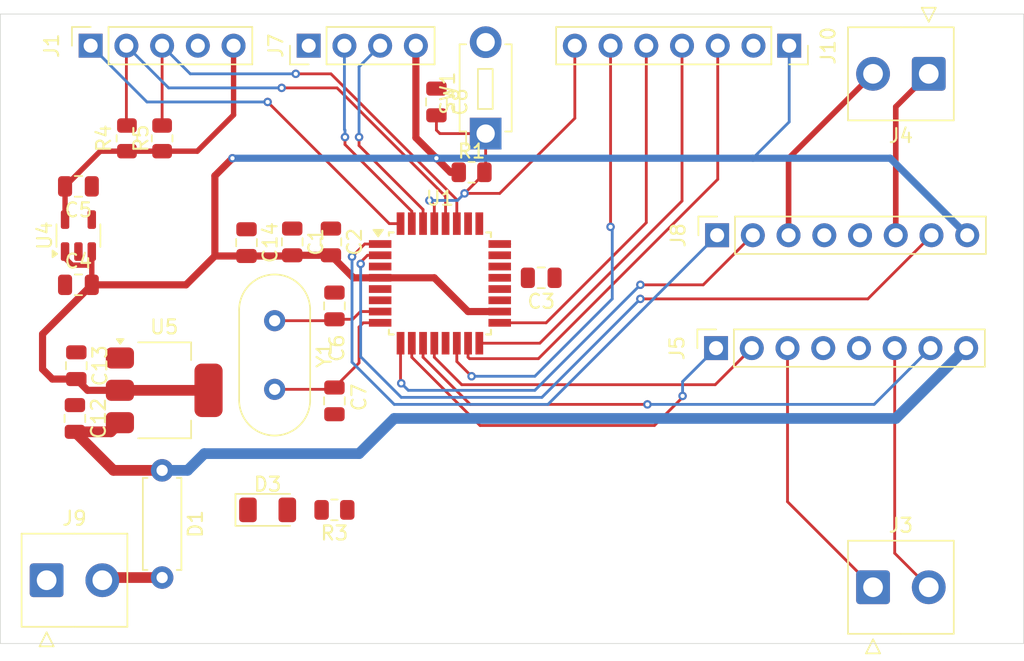
<source format=kicad_pcb>
(kicad_pcb (version 20240108) (generator "pcbnew") (generator_version "8.0")
  (layers (0 "F.Cu" signal) (31 "B.Cu" signal) (34 "B.Paste" user) (35 "F.Paste" user) (36 "B.SilkS" user "B.Silkscreen") (37 "F.SilkS" user "F.Silkscreen") (38 "B.Mask" user) (39 "F.Mask" user) (44 "Edge.Cuts" user))
  (net 0 "")
  (net 1 "GND")
  (net 2 "+5V")
  (net 3 "Net-(U1-AREF)")
  (net 4 "+3V3")
  (net 5 "XTAL1_CONN")
  (net 6 "XTAL2_CONN")
  (net 7 "RESET_CONN")
  (net 8 "+7.2V")
  (net 9 "Net-(D1-A)")
  (net 10 "Net-(D3-A)")
  (net 11 "PD2")
  (net 12 "SCL_CONN")
  (net 13 "SDA_CONN")
  (net 14 "A6")
  (net 15 "A1")
  (net 16 "A7")
  (net 17 "A3")
  (net 18 "A2")
  (net 19 "A0")
  (net 20 "ENGINE_RIGHT_VCC")
  (net 21 "ENGINE_LEFT_VCC")
  (net 22 "ENGINE_LEFT_GND")
  (net 23 "ENGINE_RIGHT_GND")
  (net 24 "SCK")
  (net 25 "MISO")
  (net 26 "MOSI")
  (net 27 "CS")
  (net 28 "RX_CONN")
  (net 29 "TX_CONN")
  (net 30 "PD6")
  (net 31 "PD5")
  (net 32 "PB0")
  (net 33 "PD4")
  (net 34 "PD7")
  (net 35 "PB1")
  (net 36 "PD3")
  (footprint "Connector_PinSocket_2.54mm:PinSocket_1x08_P2.54mm_Vertical" (layer "F.Cu") (at 134.955 90.475 90)
    (property "Reference" "J8" (at 0 -2.77 90) (layer "F.SilkS"))
    (property "Value" "L293D_right")
    (fp_line (start 1.33 -1.33) (end 1.33 0) (stroke (width 0.12)) (layer "F.SilkS"))
    (fp_line (start 0 -1.33) (end 1.33 -1.33) (stroke (width 0.12)) (layer "F.SilkS"))
    (fp_line (start 1.33 1.27) (end 1.33 19.11) (stroke (width 0.12)) (layer "F.SilkS"))
    (fp_line (start -1.33 1.27) (end 1.33 1.27) (stroke (width 0.12)) (layer "F.SilkS"))
    (fp_line (start -1.33 1.27) (end -1.33 19.11) (stroke (width 0.12)) (layer "F.SilkS"))
    (fp_line (start -1.33 19.11) (end 1.33 19.11) (stroke (width 0.12)) (layer "F.SilkS"))
    (pad "1" thru_hole rect (at 0 0 90) (size 1.7 1.7) (drill 1) (layers "*.Cu" "*.Mask") (net 36 "PD3"))
    (pad "2" thru_hole oval (at 0 2.54 90) (size 1.7 1.7) (drill 1) (layers "*.Cu" "*.Mask") (net 31 "PD5"))
    (pad "3" thru_hole oval (at 0 5.08 90) (size 1.7 1.7) (drill 1) (layers "*.Cu" "*.Mask") (net 20 "ENGINE_RIGHT_VCC"))
    (pad "4" thru_hole oval (at 0 7.62 90) (size 1.7 1.7) (drill 1) (layers "*.Cu" "*.Mask") (net 1 "GND"))
    (pad "5" thru_hole oval (at 0 10.16 90) (size 1.7 1.7) (drill 1) (layers "*.Cu" "*.Mask") (net 1 "GND"))
    (pad "6" thru_hole oval (at 0 12.7 90) (size 1.7 1.7) (drill 1) (layers "*.Cu" "*.Mask") (net 23 "ENGINE_RIGHT_GND"))
    (pad "7" thru_hole oval (at 0 15.24 90) (size 1.7 1.7) (drill 1) (layers "*.Cu" "*.Mask") (net 33 "PD4"))
    (pad "8" thru_hole oval (at 0 17.78 90) (size 1.7 1.7) (drill 1) (layers "*.Cu" "*.Mask") (net 2 "+5V"))
  )
  (footprint "LED_SMD:LED_1206_3216Metric" (layer "F.Cu") (at 103 110)
    (property "Reference" "D3" (at 0 -1.82 0) (layer "F.SilkS"))
    (property "Value" "LED")
    (fp_line (start -2.285 -1.135) (end -2.285 1.135) (stroke (width 0.12)) (layer "F.SilkS"))
    (fp_line (start -2.285 1.135) (end 1.6 1.135) (stroke (width 0.12)) (layer "F.SilkS"))
    (fp_line (start 1.6 -1.135) (end -2.285 -1.135) (stroke (width 0.12)) (layer "F.SilkS"))
    (pad "1" smd roundrect (at -1.4 0) (size 1.25 1.75) (layers "F.Cu" "F.Paste" "F.Mask") (roundrect_rratio 0.2) (net 1 "GND"))
    (pad "2" smd roundrect (at 1.4 0) (size 1.25 1.75) (layers "F.Cu" "F.Paste" "F.Mask") (roundrect_rratio 0.2) (net 10 "Net-(D3-A)"))
  )
  (footprint "Package_QFP:TQFP-32_7x7mm_P0.8mm" (layer "F.Cu") (at 115.25 93.9)
    (property "Reference" "U1" (at 0 -6.05 0) (layer "F.SilkS"))
    (property "Value" "ATmega328P-A")
    (fp_line (start -3.625 -3.625) (end -3.625 -3.4) (stroke (width 0.15)) (layer "F.SilkS"))
    (fp_line (start -3.625 -3.625) (end -3.3 -3.625) (stroke (width 0.15)) (layer "F.SilkS"))
    (fp_line (start -3.625 3.625) (end -3.625 3.3) (stroke (width 0.15)) (layer "F.SilkS"))
    (fp_line (start -3.625 3.625) (end -3.3 3.625) (stroke (width 0.15)) (layer "F.SilkS"))
    (fp_line (start 3.625 -3.625) (end 3.3 -3.625) (stroke (width 0.15)) (layer "F.SilkS"))
    (fp_line (start 3.625 -3.625) (end 3.625 -3.3) (stroke (width 0.15)) (layer "F.SilkS"))
    (fp_line (start 3.625 3.625) (end 3.3 3.625) (stroke (width 0.15)) (layer "F.SilkS"))
    (fp_line (start 3.625 3.625) (end 3.625 3.3) (stroke (width 0.15)) (layer "F.SilkS"))
    (fp_poly (pts (xy -4.39 -3.34) (xy -4.73 -3.81) (xy -4.05 -3.81) (xy -4.39 -3.34)) (stroke (width 0.12)) (fill solid) (layer "F.SilkS"))
    (pad "1" smd rect (at -4.25 -2.8) (size 1.6 0.55) (layers "F.Cu" "F.Paste" "F.Mask") (net 36 "PD3"))
    (pad "2" smd rect (at -4.25 -2) (size 1.6 0.55) (layers "F.Cu" "F.Paste" "F.Mask") (net 33 "PD4"))
    (pad "3" smd rect (at -4.25 -1.2) (size 1.6 0.55) (layers "F.Cu" "F.Paste" "F.Mask") (net 1 "GND"))
    (pad "4" smd rect (at -4.25 -0.4) (size 1.6 0.55) (layers "F.Cu" "F.Paste" "F.Mask") (net 2 "+5V"))
    (pad "5" smd rect (at -4.25 0.4) (size 1.6 0.55) (layers "F.Cu" "F.Paste" "F.Mask") (net 1 "GND"))
    (pad "6" smd rect (at -4.25 1.2) (size 1.6 0.55) (layers "F.Cu" "F.Paste" "F.Mask") (net 2 "+5V"))
    (pad "7" smd rect (at -4.25 2) (size 1.6 0.55) (layers "F.Cu" "F.Paste" "F.Mask") (net 5 "XTAL1_CONN"))
    (pad "8" smd rect (at -4.25 2.8) (size 1.6 0.55) (layers "F.Cu" "F.Paste" "F.Mask") (net 6 "XTAL2_CONN"))
    (pad "9" smd rect (at -2.8 4.25 90) (size 1.6 0.55) (layers "F.Cu" "F.Paste" "F.Mask") (net 31 "PD5"))
    (pad "10" smd rect (at -2 4.25 90) (size 1.6 0.55) (layers "F.Cu" "F.Paste" "F.Mask") (net 30 "PD6"))
    (pad "11" smd rect (at -1.2 4.25 90) (size 1.6 0.55) (layers "F.Cu" "F.Paste" "F.Mask") (net 34 "PD7"))
    (pad "12" smd rect (at -0.4 4.25 90) (size 1.6 0.55) (layers "F.Cu" "F.Paste" "F.Mask") (net 32 "PB0"))
    (pad "13" smd rect (at 0.4 4.25 90) (size 1.6 0.55) (layers "F.Cu" "F.Paste" "F.Mask") (net 35 "PB1"))
    (pad "14" smd rect (at 1.2 4.25 90) (size 1.6 0.55) (layers "F.Cu" "F.Paste" "F.Mask") (net 27 "CS"))
    (pad "15" smd rect (at 2 4.25 90) (size 1.6 0.55) (layers "F.Cu" "F.Paste" "F.Mask") (net 26 "MOSI"))
    (pad "16" smd rect (at 2.8 4.25 90) (size 1.6 0.55) (layers "F.Cu" "F.Paste" "F.Mask") (net 25 "MISO"))
    (pad "17" smd rect (at 4.25 2.8) (size 1.6 0.55) (layers "F.Cu" "F.Paste" "F.Mask") (net 24 "SCK"))
    (pad "18" smd rect (at 4.25 2) (size 1.6 0.55) (layers "F.Cu" "F.Paste" "F.Mask") (net 2 "+5V"))
    (pad "19" smd rect (at 4.25 1.2) (size 1.6 0.55) (layers "F.Cu" "F.Paste" "F.Mask") (net 14 "A6"))
    (pad "20" smd rect (at 4.25 0.4) (size 1.6 0.55) (layers "F.Cu" "F.Paste" "F.Mask") (net 3 "Net-(U1-AREF)"))
    (pad "21" smd rect (at 4.25 -0.4) (size 1.6 0.55) (layers "F.Cu" "F.Paste" "F.Mask") (net 1 "GND"))
    (pad "22" smd rect (at 4.25 -1.2) (size 1.6 0.55) (layers "F.Cu" "F.Paste" "F.Mask") (net 16 "A7"))
    (pad "23" smd rect (at 4.25 -2) (size 1.6 0.55) (layers "F.Cu" "F.Paste" "F.Mask") (net 19 "A0"))
    (pad "24" smd rect (at 4.25 -2.8) (size 1.6 0.55) (layers "F.Cu" "F.Paste" "F.Mask") (net 15 "A1"))
    (pad "25" smd rect (at 2.8 -4.25 90) (size 1.6 0.55) (layers "F.Cu" "F.Paste" "F.Mask") (net 18 "A2"))
    (pad "26" smd rect (at 2 -4.25 90) (size 1.6 0.55) (layers "F.Cu" "F.Paste" "F.Mask") (net 17 "A3"))
    (pad "27" smd rect (at 1.2 -4.25 90) (size 1.6 0.55) (layers "F.Cu" "F.Paste" "F.Mask") (net 13 "SDA_CONN"))
    (pad "28" smd rect (at 0.4 -4.25 90) (size 1.6 0.55) (layers "F.Cu" "F.Paste" "F.Mask") (net 12 "SCL_CONN"))
    (pad "29" smd rect (at -0.4 -4.25 90) (size 1.6 0.55) (layers "F.Cu" "F.Paste" "F.Mask") (net 7 "RESET_CONN"))
    (pad "30" smd rect (at -1.2 -4.25 90) (size 1.6 0.55) (layers "F.Cu" "F.Paste" "F.Mask") (net 28 "RX_CONN"))
    (pad "31" smd rect (at -2 -4.25 90) (size 1.6 0.55) (layers "F.Cu" "F.Paste" "F.Mask") (net 29 "TX_CONN"))
    (pad "32" smd rect (at -2.8 -4.25 90) (size 1.6 0.55) (layers "F.Cu" "F.Paste" "F.Mask") (net 11 "PD2"))
  )
  (footprint "Connector_TE-Connectivity:TE_826576-2_1x02_P3.96mm_Vertical" (layer "F.Cu") (at 87.29 115)
    (property "Reference" "J9" (at 1.98 -4.4 0) (layer "F.SilkS"))
    (property "Value" "input_supply")
    (fp_line (start -1.78 -3.31) (end -1.78 3.31) (stroke (width 0.12)) (layer "F.SilkS"))
    (fp_line (start -1.78 3.31) (end 1.98 3.31) (stroke (width 0.12)) (layer "F.SilkS"))
    (fp_line (start -0.5 4.7) (end 0 3.7) (stroke (width 0.12)) (layer "F.SilkS"))
    (fp_line (start 0 3.7) (end 0.5 4.7) (stroke (width 0.12)) (layer "F.SilkS"))
    (fp_line (start 0.5 4.7) (end -0.5 4.7) (stroke (width 0.12)) (layer "F.SilkS"))
    (fp_line (start 1.98 -3.31) (end -1.78 -3.31) (stroke (width 0.12)) (layer "F.SilkS"))
    (fp_line (start 1.98 -3.31) (end 5.74 -3.31) (stroke (width 0.12)) (layer "F.SilkS"))
    (fp_line (start 5.74 -3.31) (end 5.74 3.31) (stroke (width 0.12)) (layer "F.SilkS"))
    (fp_line (start 5.74 3.31) (end 1.98 3.31) (stroke (width 0.12)) (layer "F.SilkS"))
    (pad "1" thru_hole roundrect (at 0 0) (size 2.4 2.4) (drill 1.4) (layers "*.Cu" "*.Mask") (roundrect_rratio 0.104167) (net 1 "GND"))
    (pad "2" thru_hole circle (at 3.96 0) (size 2.4 2.4) (drill 1.4) (layers "*.Cu" "*.Mask") (net 9 "Net-(D1-A)"))
  )
  (footprint "Capacitor_SMD:C_0805_2012Metric" (layer "F.Cu") (at 89.4 99.75 -90)
    (property "Reference" "C13" (at 0 -1.68 90) (layer "F.SilkS"))
    (property "Value" "47uF")
    (fp_line (start -0.261252 0.735) (end 0.261252 0.735) (stroke (width 0.12)) (layer "F.SilkS"))
    (fp_line (start -0.261252 -0.735) (end 0.261252 -0.735) (stroke (width 0.12)) (layer "F.SilkS"))
    (pad "1" smd roundrect (at -0.95 0 270) (size 1 1.45) (layers "F.Cu" "F.Paste" "F.Mask") (net 1 "GND"))
    (pad "2" smd roundrect (at 0.95 0 270) (size 1 1.45) (layers "F.Cu" "F.Paste" "F.Mask") (net 2 "+5V"))
  )
  (footprint "Resistor_SMD:R_0805_2012Metric" (layer "F.Cu") (at 117.5 86)
    (property "Reference" "R1" (at 0 -1.5 0) (layer "F.SilkS"))
    (property "Value" "10k")
    (fp_line (start -0.227064 -0.735) (end 0.227064 -0.735) (stroke (width 0.12)) (layer "F.SilkS"))
    (fp_line (start -0.227064 0.735) (end 0.227064 0.735) (stroke (width 0.12)) (layer "F.SilkS"))
    (pad "1" smd roundrect (at -0.9125 0) (size 1.025 1.4) (layers "F.Cu" "F.Paste" "F.Mask") (roundrect_rratio 0.243902) (net 2 "+5V"))
    (pad "2" smd roundrect (at 0.9125 0) (size 1.025 1.4) (layers "F.Cu" "F.Paste" "F.Mask") (roundrect_rratio 0.243902) (net 7 "RESET_CONN"))
  )
  (footprint "Capacitor_SMD:C_0805_2012Metric" (layer "F.Cu") (at 104.75 90.95 -90)
    (property "Reference" "C1" (at 0 -1.68 90) (layer "F.SilkS"))
    (property "Value" "100nF")
    (fp_line (start -0.261252 0.735) (end 0.261252 0.735) (stroke (width 0.12)) (layer "F.SilkS"))
    (fp_line (start -0.261252 -0.735) (end 0.261252 -0.735) (stroke (width 0.12)) (layer "F.SilkS"))
    (pad "1" smd roundrect (at -0.95 0 270) (size 1 1.45) (layers "F.Cu" "F.Paste" "F.Mask") (net 1 "GND"))
    (pad "2" smd roundrect (at 0.95 0 270) (size 1 1.45) (layers "F.Cu" "F.Paste" "F.Mask") (net 2 "+5V"))
  )
  (footprint "Capacitor_SMD:C_0805_2012Metric" (layer "F.Cu") (at 101.5 91 -90)
    (property "Reference" "C14" (at 0 -1.68 90) (layer "F.SilkS"))
    (property "Value" "100nF")
    (fp_line (start -0.261252 0.735) (end 0.261252 0.735) (stroke (width 0.12)) (layer "F.SilkS"))
    (fp_line (start -0.261252 -0.735) (end 0.261252 -0.735) (stroke (width 0.12)) (layer "F.SilkS"))
    (pad "1" smd roundrect (at -0.95 0 270) (size 1 1.45) (layers "F.Cu" "F.Paste" "F.Mask") (net 1 "GND"))
    (pad "2" smd roundrect (at 0.95 0 270) (size 1 1.45) (layers "F.Cu" "F.Paste" "F.Mask") (net 2 "+5V"))
  )
  (footprint "Resistor_SMD:R_0805_2012Metric" (layer "F.Cu") (at 107.75 110 180)
    (property "Reference" "R3" (at 0 -1.65 0) (layer "F.SilkS"))
    (property "Value" "330")
    (fp_line (start -0.227064 0.735) (end 0.227064 0.735) (stroke (width 0.12)) (layer "F.SilkS"))
    (fp_line (start -0.227064 -0.735) (end 0.227064 -0.735) (stroke (width 0.12)) (layer "F.SilkS"))
    (pad "1" smd roundrect (at -0.9125 0 180) (size 1.025 1.4) (layers "F.Cu" "F.Paste" "F.Mask") (roundrect_rratio 0.243902) (net 35 "PB1"))
    (pad "2" smd roundrect (at 0.9125 0 180) (size 1.025 1.4) (layers "F.Cu" "F.Paste" "F.Mask") (roundrect_rratio 0.243902) (net 10 "Net-(D3-A)"))
  )
  (footprint "Capacitor_SMD:C_0805_2012Metric" (layer "F.Cu") (at 107.75 95.5 -90)
    (property "Reference" "C6" (at 3 -0.18 90) (layer "F.SilkS"))
    (property "Value" "100nF")
    (fp_line (start -0.261252 0.735) (end 0.261252 0.735) (stroke (width 0.12)) (layer "F.SilkS"))
    (fp_line (start -0.261252 -0.735) (end 0.261252 -0.735) (stroke (width 0.12)) (layer "F.SilkS"))
    (pad "1" smd roundrect (at -0.95 0 270) (size 1 1.45) (layers "F.Cu" "F.Paste" "F.Mask") (net 1 "GND"))
    (pad "2" smd roundrect (at 0.95 0 270) (size 1 1.45) (layers "F.Cu" "F.Paste" "F.Mask") (net 5 "XTAL1_CONN"))
  )
  (footprint "Resistor_SMD:R_0805_2012Metric" (layer "F.Cu") (at 93 83.5875 90)
    (property "Reference" "R4" (at 0 -1.65 90) (layer "F.SilkS"))
    (property "Value" "4.7k")
    (fp_line (start -0.227064 -0.735) (end 0.227064 -0.735) (stroke (width 0.12)) (layer "F.SilkS"))
    (fp_line (start -0.227064 0.735) (end 0.227064 0.735) (stroke (width 0.12)) (layer "F.SilkS"))
    (pad "1" smd roundrect (at -0.9125 0 90) (size 1.025 1.4) (layers "F.Cu" "F.Paste" "F.Mask") (roundrect_rratio 0.243902) (net 4 "+3V3"))
    (pad "2" smd roundrect (at 0.9125 0 90) (size 1.025 1.4) (layers "F.Cu" "F.Paste" "F.Mask") (roundrect_rratio 0.243902) (net 12 "SCL_CONN"))
  )
  (footprint "Capacitor_SMD:C_0805_2012Metric" (layer "F.Cu") (at 89.55 87 180)
    (property "Reference" "C5" (at 0 -1.68 0) (layer "F.SilkS"))
    (property "Value" "1uF")
    (fp_line (start -0.261252 0.735) (end 0.261252 0.735) (stroke (width 0.12)) (layer "F.SilkS"))
    (fp_line (start -0.261252 -0.735) (end 0.261252 -0.735) (stroke (width 0.12)) (layer "F.SilkS"))
    (pad "1" smd roundrect (at -0.95 0 180) (size 1 1.45) (layers "F.Cu" "F.Paste" "F.Mask") (net 1 "GND"))
    (pad "2" smd roundrect (at 0.95 0 180) (size 1 1.45) (layers "F.Cu" "F.Paste" "F.Mask") (net 4 "+3V3"))
  )
  (footprint "Connector_TE-Connectivity:TE_826576-2_1x02_P3.96mm_Vertical" (layer "F.Cu") (at 146.04 115.5)
    (property "Reference" "J3" (at 1.98 -4.4 0) (layer "F.SilkS"))
    (property "Value" "left_engine")
    (fp_line (start -1.78 -3.31) (end -1.78 3.31) (stroke (width 0.12)) (layer "F.SilkS"))
    (fp_line (start -1.78 3.31) (end 1.98 3.31) (stroke (width 0.12)) (layer "F.SilkS"))
    (fp_line (start -0.5 4.7) (end 0 3.7) (stroke (width 0.12)) (layer "F.SilkS"))
    (fp_line (start 0 3.7) (end 0.5 4.7) (stroke (width 0.12)) (layer "F.SilkS"))
    (fp_line (start 0.5 4.7) (end -0.5 4.7) (stroke (width 0.12)) (layer "F.SilkS"))
    (fp_line (start 1.98 -3.31) (end -1.78 -3.31) (stroke (width 0.12)) (layer "F.SilkS"))
    (fp_line (start 1.98 -3.31) (end 5.74 -3.31) (stroke (width 0.12)) (layer "F.SilkS"))
    (fp_line (start 5.74 -3.31) (end 5.74 3.31) (stroke (width 0.12)) (layer "F.SilkS"))
    (fp_line (start 5.74 3.31) (end 1.98 3.31) (stroke (width 0.12)) (layer "F.SilkS"))
    (pad "1" thru_hole roundrect (at 0 0) (size 2.4 2.4) (drill 1.4) (layers "*.Cu" "*.Mask") (roundrect_rratio 0.104167) (net 22 "ENGINE_LEFT_GND"))
    (pad "2" thru_hole circle (at 3.96 0) (size 2.4 2.4) (drill 1.4) (layers "*.Cu" "*.Mask") (net 21 "ENGINE_LEFT_VCC"))
  )
  (footprint "Connector_PinSocket_2.54mm:PinSocket_1x07_P2.54mm_Vertical" (layer "F.Cu") (at 140.08 77 -90)
    (property "Reference" "J10" (at 0 -2.77 90) (layer "F.SilkS"))
    (property "Value" "SPI")
    (fp_line (start -1.33 16.57) (end 1.33 16.57) (stroke (width 0.12)) (layer "F.SilkS"))
    (fp_line (start -1.33 1.27) (end -1.33 16.57) (stroke (width 0.12)) (layer "F.SilkS"))
    (fp_line (start -1.33 1.27) (end 1.33 1.27) (stroke (width 0.12)) (layer "F.SilkS"))
    (fp_line (start 1.33 1.27) (end 1.33 16.57) (stroke (width 0.12)) (layer "F.SilkS"))
    (fp_line (start 0 -1.33) (end 1.33 -1.33) (stroke (width 0.12)) (layer "F.SilkS"))
    (fp_line (start 1.33 -1.33) (end 1.33 0) (stroke (width 0.12)) (layer "F.SilkS"))
    (pad "1" thru_hole rect (at 0 0 270) (size 1.7 1.7) (drill 1) (layers "*.Cu" "*.Mask") (net 2 "+5V"))
    (pad "2" thru_hole oval (at 0 2.54 270) (size 1.7 1.7) (drill 1) (layers "*.Cu" "*.Mask") (net 1 "GND"))
    (pad "3" thru_hole oval (at 0 5.08 270) (size 1.7 1.7) (drill 1) (layers "*.Cu" "*.Mask") (net 26 "MOSI"))
    (pad "4" thru_hole oval (at 0 7.62 270) (size 1.7 1.7) (drill 1) (layers "*.Cu" "*.Mask") (net 25 "MISO"))
    (pad "5" thru_hole oval (at 0 10.16 270) (size 1.7 1.7) (drill 1) (layers "*.Cu" "*.Mask") (net 24 "SCK"))
    (pad "6" thru_hole oval (at 0 12.7 270) (size 1.7 1.7) (drill 1) (layers "*.Cu" "*.Mask") (net 27 "CS"))
    (pad "7" thru_hole oval (at 0 15.24 270) (size 1.7 1.7) (drill 1) (layers "*.Cu" "*.Mask") (net 7 "RESET_CONN"))
  )
  (footprint "Package_TO_SOT_SMD:SOT-23-5" (layer "F.Cu") (at 89.55 90.5 90)
    (property "Reference" "U4" (at 0 -2.4 90) (layer "F.SilkS"))
    (property "Value" "LP2985-3.3")
    (fp_line (start 0 -1.56) (end 0.8 -1.56) (stroke (width 0.12)) (layer "F.SilkS"))
    (fp_line (start 0 -1.56) (end -0.8 -1.56) (stroke (width 0.12)) (layer "F.SilkS"))
    (fp_line (start 0 1.56) (end 0.8 1.56) (stroke (width 0.12)) (layer "F.SilkS"))
    (fp_line (start 0 1.56) (end -0.8 1.56) (stroke (width 0.12)) (layer "F.SilkS"))
    (fp_poly (pts (xy -1.3 -1.51) (xy -1.54 -1.84) (xy -1.06 -1.84) (xy -1.3 -1.51)) (stroke (width 0.12)) (fill solid) (layer "F.SilkS"))
    (pad "1" smd roundrect (at -1.1375 -0.95 90) (size 1.325 0.6) (layers "F.Cu" "F.Paste" "F.Mask") (net 2 "+5V"))
    (pad "2" smd roundrect (at -1.1375 0 90) (size 1.325 0.6) (layers "F.Cu" "F.Paste" "F.Mask") (net 1 "GND"))
    (pad "3" smd roundrect (at -1.1375 0.95 90) (size 1.325 0.6) (layers "F.Cu" "F.Paste" "F.Mask") (net 2 "+5V"))
    (pad "4" smd roundrect (at 1.1375 0.95 90) (size 1.325 0.6) (layers "F.Cu" "F.Paste" "F.Mask") (net 1 "GND"))
    (pad "5" smd roundrect (at 1.1375 -0.95 90) (size 1.325 0.6) (layers "F.Cu" "F.Paste" "F.Mask") (net 4 "+3V3"))
  )
  (footprint "Capacitor_SMD:C_0805_2012Metric" (layer "F.Cu") (at 122.45 93.5 180)
    (property "Reference" "C3" (at 0 -1.68 0) (layer "F.SilkS"))
    (property "Value" "100nF")
    (fp_line (start -0.261252 0.735) (end 0.261252 0.735) (stroke (width 0.12)) (layer "F.SilkS"))
    (fp_line (start -0.261252 -0.735) (end 0.261252 -0.735) (stroke (width 0.12)) (layer "F.SilkS"))
    (pad "1" smd roundrect (at -0.95 0 180) (size 1 1.45) (layers "F.Cu" "F.Paste" "F.Mask") (net 1 "GND"))
    (pad "2" smd roundrect (at 0.95 0 180) (size 1 1.45) (layers "F.Cu" "F.Paste" "F.Mask") (net 3 "Net-(U1-AREF)"))
  )
  (footprint "Package_TO_SOT_SMD:SOT-223-3_TabPin2" (layer "F.Cu") (at 95.65 101.5)
    (property "Reference" "U5" (at 0 -4.5 0) (layer "F.SilkS"))
    (property "Value" "NCP1117-5.0_SOT223")
    (fp_line (start -1.85 -3.41) (end 1.91 -3.41) (stroke (width 0.12)) (layer "F.SilkS"))
    (fp_line (start -1.85 3.41) (end 1.91 3.41) (stroke (width 0.12)) (layer "F.SilkS"))
    (fp_line (start 1.91 -3.41) (end 1.91 -2.15) (stroke (width 0.12)) (layer "F.SilkS"))
    (fp_line (start 1.91 3.41) (end 1.91 2.15) (stroke (width 0.12)) (layer "F.SilkS"))
    (fp_poly (pts (xy -3.13 -3.31) (xy -3.37 -3.64) (xy -2.89 -3.64) (xy -3.13 -3.31)) (stroke (width 0.12)) (fill solid) (layer "F.SilkS"))
    (pad "1" smd roundrect (at -3.15 -2.3) (size 2 1.5) (layers "F.Cu" "F.Paste" "F.Mask") (net 1 "GND"))
    (pad "2" smd roundrect (at -3.15 0) (size 2 1.5) (layers "F.Cu" "F.Paste" "F.Mask") (net 2 "+5V"))
    (pad "2" smd roundrect (at 3.15 0) (size 2 3.8) (layers "F.Cu" "F.Paste" "F.Mask") (net 2 "+5V"))
    (pad "3" smd roundrect (at -3.15 2.3) (size 2 1.5) (layers "F.Cu" "F.Paste" "F.Mask") (net 8 "+7.2V"))
  )
  (footprint "Connector_PinHeader_2.54mm:PinHeader_1x04_P2.54mm_Vertical" (layer "F.Cu") (at 105.92 77 90)
    (property "Reference" "J7" (at 0 -2.33 -90) (layer "F.SilkS"))
    (property "Value" "UART")
    (fp_line (start -1.33 -1.33) (end 0 -1.33) (stroke (width 0.12)) (layer "F.SilkS"))
    (fp_line (start -1.33 0) (end -1.33 -1.33) (stroke (width 0.12)) (layer "F.SilkS"))
    (fp_line (start 1.33 1.27) (end 1.33 8.95) (stroke (width 0.12)) (layer "F.SilkS"))
    (fp_line (start -1.33 1.27) (end 1.33 1.27) (stroke (width 0.12)) (layer "F.SilkS"))
    (fp_line (start -1.33 1.27) (end -1.33 8.95) (stroke (width 0.12)) (layer "F.SilkS"))
    (fp_line (start -1.33 8.95) (end 1.33 8.95) (stroke (width 0.12)) (layer "F.SilkS"))
    (pad "1" thru_hole rect (at 0 0 90) (size 1.7 1.7) (drill 1) (layers "*.Cu" "*.Mask") (net 1 "GND"))
    (pad "2" thru_hole oval (at 0 2.54 90) (size 1.7 1.7) (drill 1) (layers "*.Cu" "*.Mask") (net 29 "TX_CONN"))
    (pad "3" thru_hole oval (at 0 5.08 90) (size 1.7 1.7) (drill 1) (layers "*.Cu" "*.Mask") (net 28 "RX_CONN"))
    (pad "4" thru_hole oval (at 0 7.62 90) (size 1.7 1.7) (drill 1) (layers "*.Cu" "*.Mask") (net 2 "+5V"))
  )
  (footprint "Connector_PinSocket_2.54mm:PinSocket_1x05_P2.54mm_Vertical" (layer "F.Cu") (at 90.42 77 90)
    (property "Reference" "J1" (at 0 -2.77 -90) (layer "F.SilkS"))
    (property "Value" "I2C")
    (fp_line (start 1.33 -1.33) (end 1.33 0) (stroke (width 0.12)) (layer "F.SilkS"))
    (fp_line (start 0 -1.33) (end 1.33 -1.33) (stroke (width 0.12)) (layer "F.SilkS"))
    (fp_line (start 1.33 1.27) (end 1.33 11.49) (stroke (width 0.12)) (layer "F.SilkS"))
    (fp_line (start -1.33 1.27) (end 1.33 1.27) (stroke (width 0.12)) (layer "F.SilkS"))
    (fp_line (start -1.33 1.27) (end -1.33 11.49) (stroke (width 0.12)) (layer "F.SilkS"))
    (fp_line (start -1.33 11.49) (end 1.33 11.49) (stroke (width 0.12)) (layer "F.SilkS"))
    (pad "1" thru_hole rect (at 0 0 90) (size 1.7 1.7) (drill 1) (layers "*.Cu" "*.Mask") (net 11 "PD2"))
    (pad "2" thru_hole oval (at 0 2.54 90) (size 1.7 1.7) (drill 1) (layers "*.Cu" "*.Mask") (net 12 "SCL_CONN"))
    (pad "3" thru_hole oval (at 0 5.08 90) (size 1.7 1.7) (drill 1) (layers "*.Cu" "*.Mask") (net 13 "SDA_CONN"))
    (pad "4" thru_hole oval (at 0 7.62 90) (size 1.7 1.7) (drill 1) (layers "*.Cu" "*.Mask") (net 1 "GND"))
    (pad "5" thru_hole oval (at 0 10.16 90) (size 1.7 1.7) (drill 1) (layers "*.Cu" "*.Mask") (net 4 "+3V3"))
  )
  (footprint "Connector_PinSocket_2.54mm:PinSocket_1x08_P2.54mm_Vertical" (layer "F.Cu") (at 134.88 98.5 90)
    (property "Reference" "J5" (at 0 -2.77 90) (layer "F.SilkS"))
    (property "Value" "L293D_left")
    (fp_line (start 1.33 -1.33) (end 1.33 0) (stroke (width 0.12)) (layer "F.SilkS"))
    (fp_line (start 0 -1.33) (end 1.33 -1.33) (stroke (width 0.12)) (layer "F.SilkS"))
    (fp_line (start 1.33 1.27) (end 1.33 19.11) (stroke (width 0.12)) (layer "F.SilkS"))
    (fp_line (start -1.33 1.27) (end 1.33 1.27) (stroke (width 0.12)) (layer "F.SilkS"))
    (fp_line (start -1.33 1.27) (end -1.33 19.11) (stroke (width 0.12)) (layer "F.SilkS"))
    (fp_line (start -1.33 19.11) (end 1.33 19.11) (stroke (width 0.12)) (layer "F.SilkS"))
    (pad "1" thru_hole rect (at 0 0 90) (size 1.7 1.7) (drill 1) (layers "*.Cu" "*.Mask") (net 30 "PD6"))
    (pad "2" thru_hole oval (at 0 2.54 90) (size 1.7 1.7) (drill 1) (layers "*.Cu" "*.Mask") (net 32 "PB0"))
    (pad "3" thru_hole oval (at 0 5.08 90) (size 1.7 1.7) (drill 1) (layers "*.Cu" "*.Mask") (net 22 "ENGINE_LEFT_GND"))
    (pad "4" thru_hole oval (at 0 7.62 90) (size 1.7 1.7) (drill 1) (layers "*.Cu" "*.Mask") (net 1 "GND"))
    (pad "5" thru_hole oval (at 0 10.16 90) (size 1.7 1.7) (drill 1) (layers "*.Cu" "*.Mask") (net 1 "GND"))
    (pad "6" thru_hole oval (at 0 12.7 90) (size 1.7 1.7) (drill 1) (layers "*.Cu" "*.Mask") (net 21 "ENGINE_LEFT_VCC"))
    (pad "7" thru_hole oval (at 0 15.24 90) (size 1.7 1.7) (drill 1) (layers "*.Cu" "*.Mask") (net 34 "PD7"))
    (pad "8" thru_hole oval (at 0 17.78 90) (size 1.7 1.7) (drill 1) (layers "*.Cu" "*.Mask") (net 8 "+7.2V"))
  )
  (footprint "Capacitor_SMD:C_0805_2012Metric" (layer "F.Cu") (at 89.3 103.5 -90)
    (property "Reference" "C12" (at 0 -1.68 90) (layer "F.SilkS"))
    (property "Value" "47uF")
    (fp_line (start -0.261252 0.735) (end 0.261252 0.735) (stroke (width 0.12)) (layer "F.SilkS"))
    (fp_line (start -0.261252 -0.735) (end 0.261252 -0.735) (stroke (width 0.12)) (layer "F.SilkS"))
    (pad "1" smd roundrect (at -0.95 0 270) (size 1 1.45) (layers "F.Cu" "F.Paste" "F.Mask") (net 1 "GND"))
    (pad "2" smd roundrect (at 0.95 0 270) (size 1 1.45) (layers "F.Cu" "F.Paste" "F.Mask") (net 8 "+7.2V"))
  )
  (footprint "Resistor_SMD:R_0805_2012Metric" (layer "F.Cu") (at 95.5 83.5875 90)
    (property "Reference" "R5" (at 0 -1.5 90) (layer "F.SilkS"))
    (property "Value" "4.7k")
    (fp_line (start -0.227064 -0.735) (end 0.227064 -0.735) (stroke (width 0.12)) (layer "F.SilkS"))
    (fp_line (start -0.227064 0.735) (end 0.227064 0.735) (stroke (width 0.12)) (layer "F.SilkS"))
    (pad "1" smd roundrect (at -0.9125 0 90) (size 1.025 1.4) (layers "F.Cu" "F.Paste" "F.Mask") (roundrect_rratio 0.243902) (net 4 "+3V3"))
    (pad "2" smd roundrect (at 0.9125 0 90) (size 1.025 1.4) (layers "F.Cu" "F.Paste" "F.Mask") (roundrect_rratio 0.243902) (net 13 "SDA_CONN"))
  )
  (footprint "Capacitor_SMD:C_0805_2012Metric" (layer "F.Cu") (at 107.5 90.95 -90)
    (property "Reference" "C2" (at 0 -1.68 90) (layer "F.SilkS"))
    (property "Value" "100nF")
    (fp_line (start -0.261252 0.735) (end 0.261252 0.735) (stroke (width 0.12)) (layer "F.SilkS"))
    (fp_line (start -0.261252 -0.735) (end 0.261252 -0.735) (stroke (width 0.12)) (layer "F.SilkS"))
    (pad "1" smd roundrect (at -0.95 0 270) (size 1 1.45) (layers "F.Cu" "F.Paste" "F.Mask") (net 1 "GND"))
    (pad "2" smd roundrect (at 0.95 0 270) (size 1 1.45) (layers "F.Cu" "F.Paste" "F.Mask") (net 2 "+5V"))
  )
  (footprint "Capacitor_SMD:C_0805_2012Metric" (layer "F.Cu") (at 115 81 -90)
    (property "Reference" "C8" (at 0 -1.68 90) (layer "F.SilkS"))
    (property "Value" "100nF")
    (fp_line (start -0.261252 0.735) (end 0.261252 0.735) (stroke (width 0.12)) (layer "F.SilkS"))
    (fp_line (start -0.261252 -0.735) (end 0.261252 -0.735) (stroke (width 0.12)) (layer "F.SilkS"))
    (pad "1" smd roundrect (at -0.95 0 270) (size 1 1.45) (layers "F.Cu" "F.Paste" "F.Mask") (net 1 "GND"))
    (pad "2" smd roundrect (at 0.95 0 270) (size 1 1.45) (layers "F.Cu" "F.Paste" "F.Mask") (net 7 "RESET_CONN"))
  )
  (footprint "Crystal:Crystal_HC49-4H_Vertical" (layer "F.Cu") (at 103.5 96.55 -90)
    (property "Reference" "Y1" (at 2.44 -3.525 90) (layer "F.SilkS"))
    (property "Value" "Crystal")
    (fp_line (start -0.76 2.525) (end 5.64 2.525) (stroke (width 0.12)) (layer "F.SilkS"))
    (fp_line (start -0.76 -2.525) (end 5.64 -2.525) (stroke (width 0.12)) (layer "F.SilkS"))
    (fp_arc (start -0.76 2.525) (mid -3.285 0) (end -0.76 -2.525) (stroke (width 0.12)) (layer "F.SilkS"))
    (fp_arc (start 5.64 -2.525) (mid 8.165 0) (end 5.64 2.525) (stroke (width 0.12)) (layer "F.SilkS"))
    (pad "1" thru_hole circle (at 0 0 270) (size 1.5 1.5) (drill 0.8) (layers "*.Cu" "*.Mask") (net 5 "XTAL1_CONN"))
    (pad "2" thru_hole circle (at 4.88 0 270) (size 1.5 1.5) (drill 0.8) (layers "*.Cu" "*.Mask") (net 6 "XTAL2_CONN"))
  )
  (footprint "Capacitor_SMD:C_0805_2012Metric" (layer "F.Cu") (at 89.55 94)
    (property "Reference" "C4" (at 0 -1.68 0) (layer "F.SilkS"))
    (property "Value" "100nF")
    (fp_line (start -0.261252 -0.735) (end 0.261252 -0.735) (stroke (width 0.12)) (layer "F.SilkS"))
    (fp_line (start -0.261252 0.735) (end 0.261252 0.735) (stroke (width 0.12)) (layer "F.SilkS"))
    (pad "1" smd roundrect (at -0.95 0) (size 1 1.45) (layers "F.Cu" "F.Paste" "F.Mask") (net 1 "GND"))
    (pad "2" smd roundrect (at 0.95 0) (size 1 1.45) (layers "F.Cu" "F.Paste" "F.Mask") (net 2 "+5V"))
  )
  (footprint "Capacitor_SMD:C_0805_2012Metric" (layer "F.Cu") (at 107.75 102.25 90)
    (property "Reference" "C7" (at 0.25 1.75 90) (layer "F.SilkS"))
    (property "Value" "100nF")
    (fp_line (start -0.261252 -0.735) (end 0.261252 -0.735) (stroke (width 0.12)) (layer "F.SilkS"))
    (fp_line (start -0.261252 0.735) (end 0.261252 0.735) (stroke (width 0.12)) (layer "F.SilkS"))
    (pad "1" smd roundrect (at -0.95 0 90) (size 1 1.45) (layers "F.Cu" "F.Paste" "F.Mask") (net 1 "GND"))
    (pad "2" smd roundrect (at 0.95 0 90) (size 1 1.45) (layers "F.Cu" "F.Paste" "F.Mask") (net 6 "XTAL2_CONN"))
  )
  (footprint "Connector_TE-Connectivity:TE_826576-2_1x02_P3.96mm_Vertical" (layer "F.Cu") (at 150 79 180)
    (property "Reference" "J4" (at 1.98 -4.4 0) (layer "F.SilkS"))
    (property "Value" "right_engine")
    (fp_line (start 5.74 3.31) (end 1.98 3.31) (stroke (width 0.12)) (layer "F.SilkS"))
    (fp_line (start 5.74 -3.31) (end 5.74 3.31) (stroke (width 0.12)) (layer "F.SilkS"))
    (fp_line (start 1.98 -3.31) (end 5.74 -3.31) (stroke (width 0.12)) (layer "F.SilkS"))
    (fp_line (start 1.98 -3.31) (end -1.78 -3.31) (stroke (width 0.12)) (layer "F.SilkS"))
    (fp_line (start 0.5 4.7) (end -0.5 4.7) (stroke (width 0.12)) (layer "F.SilkS"))
    (fp_line (start 0 3.7) (end 0.5 4.7) (stroke (width 0.12)) (layer "F.SilkS"))
    (fp_line (start -0.5 4.7) (end 0 3.7) (stroke (width 0.12)) (layer "F.SilkS"))
    (fp_line (start -1.78 3.31) (end 1.98 3.31) (stroke (width 0.12)) (layer "F.SilkS"))
    (fp_line (start -1.78 -3.31) (end -1.78 3.31) (stroke (width 0.12)) (layer "F.SilkS"))
    (pad "1" thru_hole roundrect (at 0 0 180) (size 2.4 2.4) (drill 1.4) (layers "*.Cu" "*.Mask") (roundrect_rratio 0.104167) (net 23 "ENGINE_RIGHT_GND"))
    (pad "2" thru_hole circle (at 3.96 0 180) (size 2.4 2.4) (drill 1.4) (layers "*.Cu" "*.Mask") (net 20 "ENGINE_RIGHT_VCC"))
  )
  (footprint "Resistor_THT:R_Axial_DIN0207_L6.3mm_D2.5mm_P7.62mm_Horizontal" (layer "F.Cu") (at 95.5 107.19 -90)
    (property "Reference" "D1" (at 3.81 -2.37 90) (layer "F.SilkS"))
    (property "Value" "D_Schottky")
    (fp_line (start 0.54 1.37) (end 7.08 1.37) (stroke (width 0.12)) (layer "F.SilkS"))
    (fp_line (start 7.08 1.37) (end 7.08 1.04) (stroke (width 0.12)) (layer "F.SilkS"))
    (fp_line (start 0.54 1.04) (end 0.54 1.37) (stroke (width 0.12)) (layer "F.SilkS"))
    (fp_line (start 0.54 -1.04) (end 0.54 -1.37) (stroke (width 0.12)) (layer "F.SilkS"))
    (fp_line (start 0.54 -1.37) (end 7.08 -1.37) (stroke (width 0.12)) (layer "F.SilkS"))
    (fp_line (start 7.08 -1.37) (end 7.08 -1.04) (stroke (width 0.12)) (layer "F.SilkS"))
    (pad "1" thru_hole circle (at 0 0 270) (size 1.6 1.6) (drill 0.8) (layers "*.Cu" "*.Mask") (net 8 "+7.2V"))
    (pad "2" thru_hole oval (at 7.62 0 270) (size 1.6 1.6) (drill 0.8) (layers "*.Cu" "*.Mask") (net 9 "Net-(D1-A)"))
  )
  (footprint "Button_Switch_THT:SW_PUSH_1P1T_6x3.5mm_H5.0_APEM_MJTP1250" (layer "F.Cu") (at 118.5 83.25 90)
    (property "Reference" "SW1" (at 2.87 -2.7 90) (layer "F.SilkS"))
    (property "Value" "SW_Push")
    (fp_line (start 6.35 -1.85) (end 0.15 -1.85) (stroke (width 0.12)) (layer "F.SilkS"))
    (fp_line (start 6.35 -1.85) (end 6.35 -1.39) (stroke (width 0.12)) (layer "F.SilkS"))
    (fp_line (start 0.15 -1.85) (end 0.15 -1.39) (stroke (width 0.12)) (layer "F.SilkS"))
    (fp_line (start 0.15 -1.39) (end -0.85 -1.39) (stroke (width 0.12)) (layer "F.SilkS"))
    (fp_line (start 6.35 1.39) (end 6.35 1.85) (stroke (width 0.12)) (layer "F.SilkS"))
    (fp_line (start 0.15 1.39) (end 0.15 1.85) (stroke (width 0.12)) (layer "F.SilkS"))
    (fp_line (start 0.15 1.85) (end 6.35 1.85) (stroke (width 0.12)) (layer "F.SilkS"))
    (fp_rect (start 1.75 -0.55) (end 4.6 0.5) (stroke (width 0.12)) (fill none) (layer "F.SilkS"))
    (pad "1" thru_hole rect (at 0 0 180) (size 2.25 2.25) (drill 1.3) (layers "*.Cu" "*.Mask") (net 7 "RESET_CONN"))
    (pad "2" thru_hole circle (at 6.5 0 180) (size 2.25 2.25) (drill 1.3) (layers "*.Cu" "*.Mask") (net 1 "GND"))
  )
  (gr_line (start 91.5 115.25) (end 91.25 115) (stroke (width 0.05)) (layer "Edge.Cuts"))
  (gr_rect (start 84 74.75) (end 156.75 119.5) (stroke (width 0.05)) (fill none) (layer "Edge.Cuts"))
  (segment (start 111 93.5) (end 114.85 93.5) (width 0.508) (layer "F.Cu") (net 2))
  (segment (start 97.2 94) (end 90.5 94) (width 0.508) (layer "F.Cu") (net 2))
  (segment (start 87 100) (end 87 97.5) (width 0.508) (layer "F.Cu") (net 2))
  (segment (start 115 85) (end 113.54 83.54) (width 0.508) (layer "F.Cu") (net 2))
  (segment (start 109.1 93.5) (end 111 93.5) (width 0.508) (layer "F.Cu") (net 2))
  (segment (start 101.5 91.95) (end 104.7 91.95) (width 0.508) (layer "F.Cu") (net 2))
  (segment (start 117.25 95.9) (end 119.5 95.9) (width 0.508) (layer "F.Cu") (net 2))
  (segment (start 104.7 91.95) (end 104.75 91.9) (width 0.508) (layer "F.Cu") (net 2))
  (segment (start 99.25 91.95) (end 99.25 86.25) (width 0.508) (layer "F.Cu") (net 2))
  (segment (start 104.75 91.9) (end 107.5 91.9) (width 0.508) (layer "F.Cu") (net 2))
  (segment (start 114.85 93.5) (end 117.25 95.9) (width 0.508) (layer "F.Cu") (net 2))
  (segment (start 99.25 86.25) (end 100.5 85) (width 0.508) (layer "F.Cu") (net 2))
  (segment (start 99.25 91.95) (end 97.2 94) (width 0.508) (layer "F.Cu") (net 2))
  (segment (start 107.5 91.9) (end 109.1 93.5) (width 0.508) (layer "F.Cu") (net 2))
  (segment (start 92.5 101.5) (end 98.8 101.5) (width 0.762) (layer "F.Cu") (net 2))
  (segment (start 90.5 91.6375) (end 90.5 94) (width 0.381) (layer "F.Cu") (net 2))
  (segment (start 88.6 92.1) (end 89.1 92.6) (width 0.381) (layer "F.Cu") (net 2))
  (segment (start 90.199999 92.6) (end 90.5 92.299999) (width 0.381) (layer "F.Cu") (net 2))
  (segment (start 90.2 101.5) (end 89.4 100.7) (width 0.508) (layer "F.Cu") (net 2))
  (segment (start 116 86) (end 115 85) (width 0.508) (layer "F.Cu") (net 2))
  (segment (start 90.5 92.299999) (end 90.5 91.6375) (width 0.2) (layer "F.Cu") (net 2))
  (segment (start 87 97.5) (end 90.5 94) (width 0.508) (layer "F.Cu") (net 2))
  (segment (start 101.5 91.95) (end 99.25 91.95) (width 0.508) (layer "F.Cu") (net 2))
  (segment (start 87.7 100.7) (end 87 100) (width 0.508) (layer "F.Cu") (net 2))
  (segment (start 92.5 101.5) (end 90.2 101.5) (width 0.508) (layer "F.Cu") (net 2))
  (segment (start 116.5875 86) (end 116 86) (width 0.508) (layer "F.Cu") (net 2))
  (segment (start 88.6 91.6375) (end 88.6 92.1) (width 0.2) (layer "F.Cu") (net 2))
  (segment (start 89.1 92.6) (end 90.199999 92.6) (width 0.381) (layer "F.Cu") (net 2))
  (segment (start 89.4 100.7) (end 87.7 100.7) (width 0.508) (layer "F.Cu") (net 2))
  (segment (start 113.54 83.54) (end 113.54 77) (width 0.508) (layer "F.Cu") (net 2))
  (via (at 115 85) (size 0.6) (drill 0.3) (layers "F.Cu" "B.Cu") (net 2))
  (via (at 100.5 85) (size 0.6) (drill 0.3) (layers "F.Cu" "B.Cu") (net 2))
  (segment (start 100.5 85) (end 137.5 85) (width 0.508) (layer "B.Cu") (net 2))
  (segment (start 140.08 82.42) (end 137.5 85) (width 0.2) (layer "B.Cu") (net 2))
  (segment (start 137.5 85) (end 147.26 85) (width 0.508) (layer "B.Cu") (net 2))
  (segment (start 140.08 77) (end 140.08 82.42) (width 0.2) (layer "B.Cu") (net 2))
  (segment (start 147.26 85) (end 152.735 90.475) (width 0.508) (layer "B.Cu") (net 2))
  (segment (start 88.6 87) (end 88.6 89.3625) (width 0.381) (layer "F.Cu") (net 4))
  (segment (start 93 84.5) (end 95.5 84.5) (width 0.381) (layer "F.Cu") (net 4))
  (segment (start 100.58 81.92) (end 100.58 77) (width 0.381) (layer "F.Cu") (net 4))
  (segment (start 98 84.5) (end 100.58 81.92) (width 0.381) (layer "F.Cu") (net 4))
  (segment (start 91.1 84.5) (end 88.6 87) (width 0.381) (layer "F.Cu") (net 4))
  (segment (start 95.5 84.5) (end 98 84.5) (width 0.381) (layer "F.Cu") (net 4))
  (segment (start 93 84.5) (end 91.1 84.5) (width 0.381) (layer "F.Cu") (net 4))
  (segment (start 109.6 95.9) (end 109.05 96.45) (width 0.2) (layer "F.Cu") (net 5))
  (segment (start 103.5 96.55) (end 107.65 96.55) (width 0.2) (layer "F.Cu") (net 5))
  (segment (start 111 95.9) (end 109.6 95.9) (width 0.2) (layer "F.Cu") (net 5))
  (segment (start 107.65 96.55) (end 107.75 96.45) (width 0.2) (layer "F.Cu") (net 5))
  (segment (start 109.05 96.45) (end 107.75 96.45) (width 0.2) (layer "F.Cu") (net 5))
  (segment (start 109.5 97) (end 109.5 99.55) (width 0.2) (layer "F.Cu") (net 6))
  (segment (start 103.5 101.43) (end 107.62 101.43) (width 0.2) (layer "F.Cu") (net 6))
  (segment (start 109.8 96.7) (end 109.5 97) (width 0.2) (layer "F.Cu") (net 6))
  (segment (start 109.5 99.55) (end 107.75 101.3) (width 0.2) (layer "F.Cu") (net 6))
  (segment (start 111 96.7) (end 109.8 96.7) (width 0.2) (layer "F.Cu") (net 6))
  (segment (start 107.62 101.43) (end 107.75 101.3) (width 0.2) (layer "F.Cu") (net 6))
  (segment (start 114.85 88.35) (end 114.5 88) (width 0.2) (layer "F.Cu") (net 7))
  (segment (start 124.84 82.16) (end 124.84 77) (width 0.2) (layer "F.Cu") (net 7))
  (segment (start 114.85 89.65) (end 114.85 88.35) (width 0.2) (layer "F.Cu") (net 7))
  (segment (start 118.4125 86) (end 118.5 86) (width 0.2) (layer "F.Cu") (net 7))
  (segment (start 118.4125 86) (end 118.4125 86.0875) (width 0.2) (layer "F.Cu") (net 7))
  (segment (start 115.25 83.25) (end 118.5 83.25) (width 0.2) (layer "F.Cu") (net 7))
  (segment (start 119.5 87.5) (end 124.84 82.16) (width 0.2) (layer "F.Cu") (net 7))
  (segment (start 118.4125 86.0875) (end 117 87.5) (width 0.2) (layer "F.Cu") (net 7))
  (segment (start 115 83) (end 115.25 83.25) (width 0.2) (layer "F.Cu") (net 7))
  (segment (start 118.5 85.9125) (end 118.4125 86) (width 0.2) (layer "F.Cu") (net 7))
  (segment (start 115 81.95) (end 115 83) (width 0.2) (layer "F.Cu") (net 7))
  (segment (start 117 87.5) (end 119.5 87.5) (width 0.2) (layer "F.Cu") (net 7))
  (segment (start 118.5 83.25) (end 118.5 85.9125) (width 0.2) (layer "F.Cu") (net 7))
  (via (at 114.5 88) (size 0.6) (drill 0.3) (layers "F.Cu" "B.Cu") (net 7))
  (via (at 117 87.5) (size 0.6) (drill 0.3) (layers "F.Cu" "B.Cu") (net 7))
  (segment (start 116.5 88) (end 117 87.5) (width 0.2) (layer "B.Cu") (net 7))
  (segment (start 114.5 88) (end 116.5 88) (width 0.2) (layer "B.Cu") (net 7))
  (segment (start 89.3 104.45) (end 91.85 104.45) (width 0.762) (layer "F.Cu") (net 8))
  (segment (start 92.04 107.19) (end 89.3 104.45) (width 0.762) (layer "F.Cu") (net 8))
  (segment (start 92.5 104.19) (end 92.5 103.8) (width 0.2) (layer "F.Cu") (net 8))
  (segment (start 91.85 104.45) (end 92.5 103.8) (width 0.762) (layer "F.Cu") (net 8))
  (segment (start 95.5 107.19) (end 92.04 107.19) (width 0.762) (layer "F.Cu") (net 8))
  (segment (start 95.5 107.19) (end 97.31 107.19) (width 0.762) (layer "B.Cu") (net 8))
  (segment (start 112 103.5) (end 147.66 103.5) (width 0.762) (layer "B.Cu") (net 8))
  (segment (start 98.5 106) (end 109.5 106) (width 0.762) (layer "B.Cu") (net 8))
  (segment (start 97.31 107.19) (end 98.5 106) (width 0.762) (layer "B.Cu") (net 8))
  (segment (start 147.66 103.5) (end 152.66 98.5) (width 0.762) (layer "B.Cu") (net 8))
  (segment (start 109.5 106) (end 112 103.5) (width 0.762) (layer "B.Cu") (net 8))
  (segment (start 91.908528 114.81) (end 91.674264 114.575736) (width 0.2) (layer "F.Cu") (net 9))
  (segment (start 95.5 114.81) (end 91.908528 114.81) (width 0.762) (layer "F.Cu") (net 9))
  (segment (start 90.825736 114.385736) (end 90.825736 114.575736) (width 0.508) (layer "F.Cu") (net 9))
  (segment (start 111.65 89.65) (end 103 81) (width 0.2) (layer "F.Cu") (net 11))
  (segment (start 112.45 89.65) (end 111.65 89.65) (width 0.2) (layer "F.Cu") (net 11))
  (via (at 103 81) (size 0.6) (drill 0.3) (layers "F.Cu" "B.Cu") (net 11))
  (segment (start 94.42 81) (end 90.42 77) (width 0.2) (layer "B.Cu") (net 11))
  (segment (start 103 81) (end 94.42 81) (width 0.2) (layer "B.Cu") (net 11))
  (segment (start 115.65 89.65) (end 115.65 87.715686) (width 0.2) (layer "F.Cu") (net 12))
  (segment (start 92.96 82.635) (end 93 82.675) (width 0.2) (layer "F.Cu") (net 12))
  (segment (start 92.96 77) (end 92.96 82.635) (width 0.2) (layer "F.Cu") (net 12))
  (segment (start 115.65 87.715686) (end 107.934314 80) (width 0.2) (layer "F.Cu") (net 12))
  (segment (start 107.934314 80) (end 104 80) (width 0.2) (layer "F.Cu") (net 12))
  (via (at 104 80) (size 0.6) (drill 0.3) (layers "F.Cu" "B.Cu") (net 12))
  (segment (start 104 80) (end 95.96 80) (width 0.2) (layer "B.Cu") (net 12))
  (segment (start 95.96 80) (end 92.96 77) (width 0.2) (layer "B.Cu") (net 12))
  (segment (start 95.5 77) (end 95.5 82.675) (width 0.2) (layer "F.Cu") (net 13))
  (segment (start 116.45 89.65) (end 116.45 87.95) (width 0.2) (layer "F.Cu") (net 13))
  (segment (start 116.45 87.95) (end 107.5 79) (width 0.2) (layer "F.Cu") (net 13))
  (segment (start 107.5 79) (end 105 79) (width 0.2) (layer "F.Cu") (net 13))
  (via (at 105 79) (size 0.6) (drill 0.3) (layers "F.Cu" "B.Cu") (net 13))
  (segment (start 97.5 79) (end 95.5 77) (width 0.2) (layer "B.Cu") (net 13))
  (segment (start 105 79) (end 97.5 79) (width 0.2) (layer "B.Cu") (net 13))
  (segment (start 119.5 91.1) (end 120.21 91.1) (width 0.2) (layer "F.Cu") (net 15))
  (segment (start 140.035 85.005) (end 146.04 79) (width 0.4) (layer "F.Cu") (net 20))
  (segment (start 140.035 90.475) (end 140.035 85.005) (width 0.4) (layer "F.Cu") (net 20))
  (segment (start 147.58 113.08) (end 150 115.5) (width 0.2) (layer "F.Cu") (net 21))
  (segment (start 147.58 98.5) (end 147.58 113.08) (width 0.2) (layer "F.Cu") (net 21))
  (segment (start 139.96 98.5) (end 139.96 109.42) (width 0.2) (layer "F.Cu") (net 22))
  (segment (start 139.96 109.42) (end 146.04 115.5) (width 0.2) (layer "F.Cu") (net 22))
  (segment (start 147.655 90.475) (end 147.655 81.345) (width 0.4) (layer "F.Cu") (net 23))
  (segment (start 147.655 81.345) (end 150 79) (width 0.4) (layer "F.Cu") (net 23))
  (segment (start 129.92 89.58) (end 129.92 77) (width 0.2) (layer "F.Cu") (net 24))
  (segment (start 122.8 96.7) (end 129.92 89.58) (width 0.2) (layer "F.Cu") (net 24))
  (segment (start 119.5 96.7) (end 122.8 96.7) (width 0.2) (layer "F.Cu") (net 24))
  (segment (start 122.35 98.15) (end 132.46 88.04) (width 0.2) (layer "F.Cu") (net 25))
  (segment (start 118.05 98.15) (end 122.35 98.15) (width 0.2) (layer "F.Cu") (net 25))
  (segment (start 132.46 88.04) (end 132.46 77) (width 0.2) (layer "F.Cu") (net 25))
  (segment (start 135 77) (end 135 86.5) (width 0.2) (layer "F.Cu") (net 26))
  (segment (start 117.25 99.15) (end 117.25 98.15) (width 0.2) (layer "F.Cu") (net 26))
  (segment (start 122.25 99.25) (end 117.35 99.25) (width 0.2) (layer "F.Cu") (net 26))
  (segment (start 117.35 99.25) (end 117.25 99.15) (width 0.2) (layer "F.Cu") (net 26))
  (segment (start 135 86.5) (end 122.25 99.25) (width 0.2) (layer "F.Cu") (net 26))
  (segment (start 127.5 90) (end 127.38 89.88) (width 0.2) (layer "F.Cu") (net 27))
  (segment (start 127.38 77) (end 127.38 89.88) (width 0.2) (layer "F.Cu") (net 27))
  (segment (start 117.5 100.5) (end 116.45 99.45) (width 0.2) (layer "F.Cu") (net 27))
  (segment (start 116.45 99.45) (end 116.45 98.15) (width 0.2) (layer "F.Cu") (net 27))
  (via (at 117.5 100.5) (size 0.6) (drill 0.3) (layers "F.Cu" "B.Cu") (net 27))
  (via (at 127.38 89.88) (size 0.6) (drill 0.3) (layers "F.Cu" "B.Cu") (net 27))
  (segment (start 127.5 90) (end 127.5 95) (width 0.2) (layer "B.Cu") (net 27))
  (segment (start 127.5 95) (end 122 100.5) (width 0.2) (layer "B.Cu") (net 27))
  (segment (start 127.38 89.88) (end 127.5 90) (width 0.2) (layer "B.Cu") (net 27))
  (segment (start 122 100.5) (end 117.5 100.5) (width 0.2) (layer "B.Cu") (net 27))
  (segment (start 114.05 89.65) (end 114.05 88.65) (width 0.2) (layer "F.Cu") (net 28))
  (segment (start 109.5 84.1) (end 109.5 83.5) (width 0.2) (layer "F.Cu") (net 28))
  (segment (start 114.05 89.55) (end 114 89.5) (width 0.2) (layer "F.Cu") (net 28))
  (segment (start 114.05 88.65) (end 109.5 84.1) (width 0.2) (layer "F.Cu") (net 28))
  (via (at 109.5 83.5) (size 0.6) (drill 0.3) (layers "F.Cu" "B.Cu") (net 28))
  (segment (start 109.5 78.5) (end 111 77) (width 0.2) (layer "B.Cu") (net 28))
  (segment (start 109.5 83.5) (end 109.5 78.5) (width 0.2) (layer "B.Cu") (net 28))
  (segment (start 113.25 88.775) (end 108.5 84.025) (width 0.2) (layer "F.Cu") (net 29))
  (segment (start 113.25 89.65) (end 113.25 88.775) (width 0.2) (layer "F.Cu") (net 29))
  (segment (start 108.5 84.025) (end 108.5 83.5) (width 0.2) (layer "F.Cu") (net 29))
  (via (at 108.5 83.5) (size 0.6) (drill 0.3) (layers "F.Cu" "B.Cu") (net 29))
  (segment (start 108.5 83) (end 108.46 82.96) (width 0.2) (layer "B.Cu") (net 29))
  (segment (start 108.5 83.5) (end 108.5 83) (width 0.2) (layer "B.Cu") (net 29))
  (segment (start 108.46 82.96) (end 108.46 77) (width 0.2) (layer "B.Cu") (net 29))
  (segment (start 130.5 104) (end 132.5 102) (width 0.2) (layer "F.Cu") (net 30))
  (segment (start 113.25 99.15) (end 118.1 104) (width 0.2) (layer "F.Cu") (net 30))
  (segment (start 118.1 104) (end 130.5 104) (width 0.2) (layer "F.Cu") (net 30))
  (segment (start 113.25 98.15) (end 113.25 99.15) (width 0.2) (layer "F.Cu") (net 30))
  (segment (start 132.5 102) (end 132.5 101.9) (width 0.2) (layer "F.Cu") (net 30))
  (via (at 132.5 101.9) (size 0.6) (drill 0.3) (layers "F.Cu" "B.Cu") (net 30))
  (segment (start 132.5 100.88) (end 134.88 98.5) (width 0.2) (layer "B.Cu") (net 30))
  (segment (start 132.5 101.9) (end 132.5 100.88) (width 0.2) (layer "B.Cu") (net 30))
  (segment (start 129.5 94) (end 133.97 94) (width 0.2) (layer "F.Cu") (net 31))
  (segment (start 112.45 100.95) (end 112.5 101) (width 0.2) (layer "F.Cu") (net 31))
  (segment (start 112.45 98.15) (end 112.45 100.95) (width 0.2) (layer "F.Cu") (net 31))
  (segment (start 133.97 94) (end 137.495 90.475) (width 0.2) (layer "F.Cu") (net 31))
  (via (at 129.5 94) (size 0.6) (drill 0.3) (layers "F.Cu" "B.Cu") (net 31))
  (via (at 112.5 101) (size 0.6) (drill 0.3) (layers "F.Cu" "B.Cu") (net 31))
  (segment (start 122 101.5) (end 129.5 94) (width 0.2) (layer "B.Cu") (net 31))
  (segment (start 113 101.5) (end 122 101.5) (width 0.2) (layer "B.Cu") (net 31))
  (segment (start 112.5 101) (end 113 101.5) (width 0.2) (layer "B.Cu") (net 31))
  (segment (start 114.85 98.15) (end 114.85 99.15) (width 0.2) (layer "F.Cu") (net 32))
  (segment (start 134.82 101.1) (end 137.42 98.5) (width 0.2) (layer "F.Cu") (net 32))
  (segment (start 114.85 99.15) (end 116.8 101.1) (width 0.2) (layer "F.Cu") (net 32))
  (segment (start 116.8 101.1) (end 134.82 101.1) (width 0.2) (layer "F.Cu") (net 32))
  (segment (start 110.1 91.9) (end 109.5 92.5) (width 0.2) (layer "F.Cu") (net 33))
  (segment (start 111 91.9) (end 110.1 91.9) (width 0.2) (layer "F.Cu") (net 33))
  (segment (start 129.5 95) (end 145.67 95) (width 0.2) (layer "F.Cu") (net 33))
  (segment (start 109.60243 92.5) (end 109.614579 92.512149) (width 0.2) (layer "F.Cu") (net 33))
  (segment (start 109.5 92.5) (end 109.60243 92.5) (width 0.2) (layer "F.Cu") (net 33))
  (segment (start 145.67 95) (end 150.195 90.475) (width 0.2) (layer "F.Cu") (net 33))
  (via (at 109.614579 92.512149) (size 0.6) (drill 0.3) (layers "F.Cu" "B.Cu") (net 33))
  (via (at 129.5 95) (size 0.6) (drill 0.3) (layers "F.Cu" "B.Cu") (net 33))
  (segment (start 109.614579 99.114579) (end 112.5 102) (width 0.2) (layer "B.Cu") (net 33))
  (segment (start 109.614579 92.512149) (end 109.614579 99.114579) (width 0.2) (layer "B.Cu") (net 33))
  (segment (start 112.5 102) (end 122.5 102) (width 0.2) (layer "B.Cu") (net 33))
  (segment (start 122.5 102) (end 129.5 95) (width 0.2) (layer "B.Cu") (net 33))
  (segment (start 114.05 99.15) (end 117.4 102.5) (width 0.2) (layer "F.Cu") (net 34))
  (segment (start 130 102.5) (end 129.881 102.619) (width 0.2) (layer "F.Cu") (net 34))
  (segment (start 117.4 102.5) (end 130 102.5) (width 0.2) (layer "F.Cu") (net 34))
  (segment (start 114.05 98.15) (end 114.05 99.15) (width 0.2) (layer "F.Cu") (net 34))
  (via (at 130 102.5) (size 0.6) (drill 0.3) (layers "F.Cu" "B.Cu") (net 34))
  (segment (start 130 102.5) (end 146.12 102.5) (width 0.2) (layer "B.Cu") (net 34))
  (segment (start 146.12 102.5) (end 150.12 98.5) (width 0.2) (layer "B.Cu") (net 34))
  (segment (start 109 92) (end 109.9 91.1) (width 0.2) (layer "F.Cu") (net 36))
  (segment (start 109.9 91.1) (end 111 91.1) (width 0.2) (layer "F.Cu") (net 36))
  (via (at 109 92) (size 0.6) (drill 0.3) (layers "F.Cu" "B.Cu") (net 36))
  (segment (start 134.955 90.475) (end 122.93 102.5) (width 0.2) (layer "B.Cu") (net 36))
  (segment (start 112 102.5) (end 109 99.5) (width 0.2) (layer "B.Cu") (net 36))
  (segment (start 122.93 102.5) (end 112 102.5) (width 0.2) (layer "B.Cu") (net 36))
  (segment (start 109 99.5) (end 109 92) (width 0.2) (layer "B.Cu") (net 36))
)
</source>
